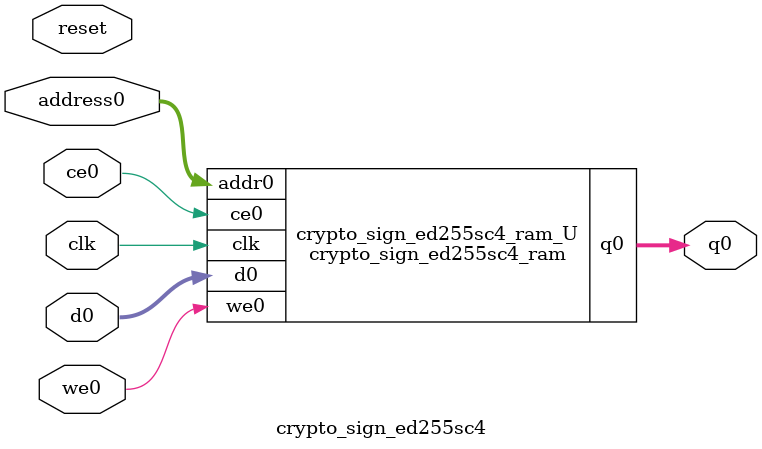
<source format=v>

`timescale 1 ns / 1 ps
module crypto_sign_ed255sc4_ram (addr0, ce0, d0, we0, q0,  clk);

parameter DWIDTH = 32;
parameter AWIDTH = 6;
parameter MEM_SIZE = 63;

input[AWIDTH-1:0] addr0;
input ce0;
input[DWIDTH-1:0] d0;
input we0;
output reg[DWIDTH-1:0] q0;
input clk;

(* ram_style = "block" *)reg [DWIDTH-1:0] ram[0:MEM_SIZE-1];




always @(posedge clk)  
begin 
    if (ce0) 
    begin
        if (we0) 
        begin 
            ram[addr0] <= d0; 
            q0 <= d0;
        end 
        else 
            q0 <= ram[addr0];
    end
end


endmodule


`timescale 1 ns / 1 ps
module crypto_sign_ed255sc4(
    reset,
    clk,
    address0,
    ce0,
    we0,
    d0,
    q0);

parameter DataWidth = 32'd32;
parameter AddressRange = 32'd63;
parameter AddressWidth = 32'd6;
input reset;
input clk;
input[AddressWidth - 1:0] address0;
input ce0;
input we0;
input[DataWidth - 1:0] d0;
output[DataWidth - 1:0] q0;



crypto_sign_ed255sc4_ram crypto_sign_ed255sc4_ram_U(
    .clk( clk ),
    .addr0( address0 ),
    .ce0( ce0 ),
    .d0( d0 ),
    .we0( we0 ),
    .q0( q0 ));

endmodule


</source>
